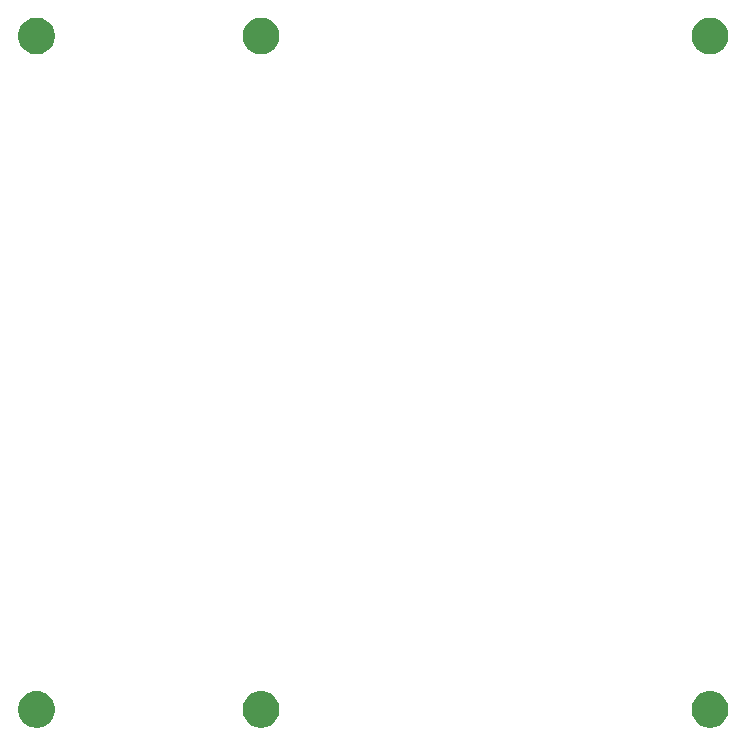
<source format=gbr>
G04 #@! TF.GenerationSoftware,KiCad,Pcbnew,5.0.2-bee76a0~70~ubuntu16.04.1*
G04 #@! TF.CreationDate,2019-02-18T18:39:03+09:00*
G04 #@! TF.ProjectId,frame,6672616d-652e-46b6-9963-61645f706362,rev?*
G04 #@! TF.SameCoordinates,Original*
G04 #@! TF.FileFunction,Soldermask,Top*
G04 #@! TF.FilePolarity,Negative*
%FSLAX46Y46*%
G04 Gerber Fmt 4.6, Leading zero omitted, Abs format (unit mm)*
G04 Created by KiCad (PCBNEW 5.0.2-bee76a0~70~ubuntu16.04.1) date 2019年02月18日 18時39分03秒*
%MOMM*%
%LPD*%
G01*
G04 APERTURE LIST*
%ADD10C,0.100000*%
G04 APERTURE END LIST*
D10*
G36*
X106352527Y-109488736D02*
X106452410Y-109508604D01*
X106734674Y-109625521D01*
X106988705Y-109795259D01*
X107204741Y-110011295D01*
X107374479Y-110265326D01*
X107491396Y-110547590D01*
X107551000Y-110847240D01*
X107551000Y-111152760D01*
X107491396Y-111452410D01*
X107374479Y-111734674D01*
X107204741Y-111988705D01*
X106988705Y-112204741D01*
X106734674Y-112374479D01*
X106452410Y-112491396D01*
X106352527Y-112511264D01*
X106152762Y-112551000D01*
X105847238Y-112551000D01*
X105647473Y-112511264D01*
X105547590Y-112491396D01*
X105265326Y-112374479D01*
X105011295Y-112204741D01*
X104795259Y-111988705D01*
X104625521Y-111734674D01*
X104508604Y-111452410D01*
X104449000Y-111152760D01*
X104449000Y-110847240D01*
X104508604Y-110547590D01*
X104625521Y-110265326D01*
X104795259Y-110011295D01*
X105011295Y-109795259D01*
X105265326Y-109625521D01*
X105547590Y-109508604D01*
X105647473Y-109488736D01*
X105847238Y-109449000D01*
X106152762Y-109449000D01*
X106352527Y-109488736D01*
X106352527Y-109488736D01*
G37*
G36*
X68352527Y-109488736D02*
X68452410Y-109508604D01*
X68734674Y-109625521D01*
X68988705Y-109795259D01*
X69204741Y-110011295D01*
X69374479Y-110265326D01*
X69491396Y-110547590D01*
X69551000Y-110847240D01*
X69551000Y-111152760D01*
X69491396Y-111452410D01*
X69374479Y-111734674D01*
X69204741Y-111988705D01*
X68988705Y-112204741D01*
X68734674Y-112374479D01*
X68452410Y-112491396D01*
X68352527Y-112511264D01*
X68152762Y-112551000D01*
X67847238Y-112551000D01*
X67647473Y-112511264D01*
X67547590Y-112491396D01*
X67265326Y-112374479D01*
X67011295Y-112204741D01*
X66795259Y-111988705D01*
X66625521Y-111734674D01*
X66508604Y-111452410D01*
X66449000Y-111152760D01*
X66449000Y-110847240D01*
X66508604Y-110547590D01*
X66625521Y-110265326D01*
X66795259Y-110011295D01*
X67011295Y-109795259D01*
X67265326Y-109625521D01*
X67547590Y-109508604D01*
X67647473Y-109488736D01*
X67847238Y-109449000D01*
X68152762Y-109449000D01*
X68352527Y-109488736D01*
X68352527Y-109488736D01*
G37*
G36*
X49352527Y-109488736D02*
X49452410Y-109508604D01*
X49734674Y-109625521D01*
X49988705Y-109795259D01*
X50204741Y-110011295D01*
X50374479Y-110265326D01*
X50491396Y-110547590D01*
X50551000Y-110847240D01*
X50551000Y-111152760D01*
X50491396Y-111452410D01*
X50374479Y-111734674D01*
X50204741Y-111988705D01*
X49988705Y-112204741D01*
X49734674Y-112374479D01*
X49452410Y-112491396D01*
X49352527Y-112511264D01*
X49152762Y-112551000D01*
X48847238Y-112551000D01*
X48647473Y-112511264D01*
X48547590Y-112491396D01*
X48265326Y-112374479D01*
X48011295Y-112204741D01*
X47795259Y-111988705D01*
X47625521Y-111734674D01*
X47508604Y-111452410D01*
X47449000Y-111152760D01*
X47449000Y-110847240D01*
X47508604Y-110547590D01*
X47625521Y-110265326D01*
X47795259Y-110011295D01*
X48011295Y-109795259D01*
X48265326Y-109625521D01*
X48547590Y-109508604D01*
X48647473Y-109488736D01*
X48847238Y-109449000D01*
X49152762Y-109449000D01*
X49352527Y-109488736D01*
X49352527Y-109488736D01*
G37*
G36*
X106352527Y-52488736D02*
X106452410Y-52508604D01*
X106734674Y-52625521D01*
X106988705Y-52795259D01*
X107204741Y-53011295D01*
X107374479Y-53265326D01*
X107491396Y-53547590D01*
X107551000Y-53847240D01*
X107551000Y-54152760D01*
X107491396Y-54452410D01*
X107374479Y-54734674D01*
X107204741Y-54988705D01*
X106988705Y-55204741D01*
X106734674Y-55374479D01*
X106452410Y-55491396D01*
X106352527Y-55511264D01*
X106152762Y-55551000D01*
X105847238Y-55551000D01*
X105647473Y-55511264D01*
X105547590Y-55491396D01*
X105265326Y-55374479D01*
X105011295Y-55204741D01*
X104795259Y-54988705D01*
X104625521Y-54734674D01*
X104508604Y-54452410D01*
X104449000Y-54152760D01*
X104449000Y-53847240D01*
X104508604Y-53547590D01*
X104625521Y-53265326D01*
X104795259Y-53011295D01*
X105011295Y-52795259D01*
X105265326Y-52625521D01*
X105547590Y-52508604D01*
X105647473Y-52488736D01*
X105847238Y-52449000D01*
X106152762Y-52449000D01*
X106352527Y-52488736D01*
X106352527Y-52488736D01*
G37*
G36*
X68352527Y-52488736D02*
X68452410Y-52508604D01*
X68734674Y-52625521D01*
X68988705Y-52795259D01*
X69204741Y-53011295D01*
X69374479Y-53265326D01*
X69491396Y-53547590D01*
X69551000Y-53847240D01*
X69551000Y-54152760D01*
X69491396Y-54452410D01*
X69374479Y-54734674D01*
X69204741Y-54988705D01*
X68988705Y-55204741D01*
X68734674Y-55374479D01*
X68452410Y-55491396D01*
X68352527Y-55511264D01*
X68152762Y-55551000D01*
X67847238Y-55551000D01*
X67647473Y-55511264D01*
X67547590Y-55491396D01*
X67265326Y-55374479D01*
X67011295Y-55204741D01*
X66795259Y-54988705D01*
X66625521Y-54734674D01*
X66508604Y-54452410D01*
X66449000Y-54152760D01*
X66449000Y-53847240D01*
X66508604Y-53547590D01*
X66625521Y-53265326D01*
X66795259Y-53011295D01*
X67011295Y-52795259D01*
X67265326Y-52625521D01*
X67547590Y-52508604D01*
X67647473Y-52488736D01*
X67847238Y-52449000D01*
X68152762Y-52449000D01*
X68352527Y-52488736D01*
X68352527Y-52488736D01*
G37*
G36*
X49352527Y-52488736D02*
X49452410Y-52508604D01*
X49734674Y-52625521D01*
X49988705Y-52795259D01*
X50204741Y-53011295D01*
X50374479Y-53265326D01*
X50491396Y-53547590D01*
X50551000Y-53847240D01*
X50551000Y-54152760D01*
X50491396Y-54452410D01*
X50374479Y-54734674D01*
X50204741Y-54988705D01*
X49988705Y-55204741D01*
X49734674Y-55374479D01*
X49452410Y-55491396D01*
X49352527Y-55511264D01*
X49152762Y-55551000D01*
X48847238Y-55551000D01*
X48647473Y-55511264D01*
X48547590Y-55491396D01*
X48265326Y-55374479D01*
X48011295Y-55204741D01*
X47795259Y-54988705D01*
X47625521Y-54734674D01*
X47508604Y-54452410D01*
X47449000Y-54152760D01*
X47449000Y-53847240D01*
X47508604Y-53547590D01*
X47625521Y-53265326D01*
X47795259Y-53011295D01*
X48011295Y-52795259D01*
X48265326Y-52625521D01*
X48547590Y-52508604D01*
X48647473Y-52488736D01*
X48847238Y-52449000D01*
X49152762Y-52449000D01*
X49352527Y-52488736D01*
X49352527Y-52488736D01*
G37*
M02*

</source>
